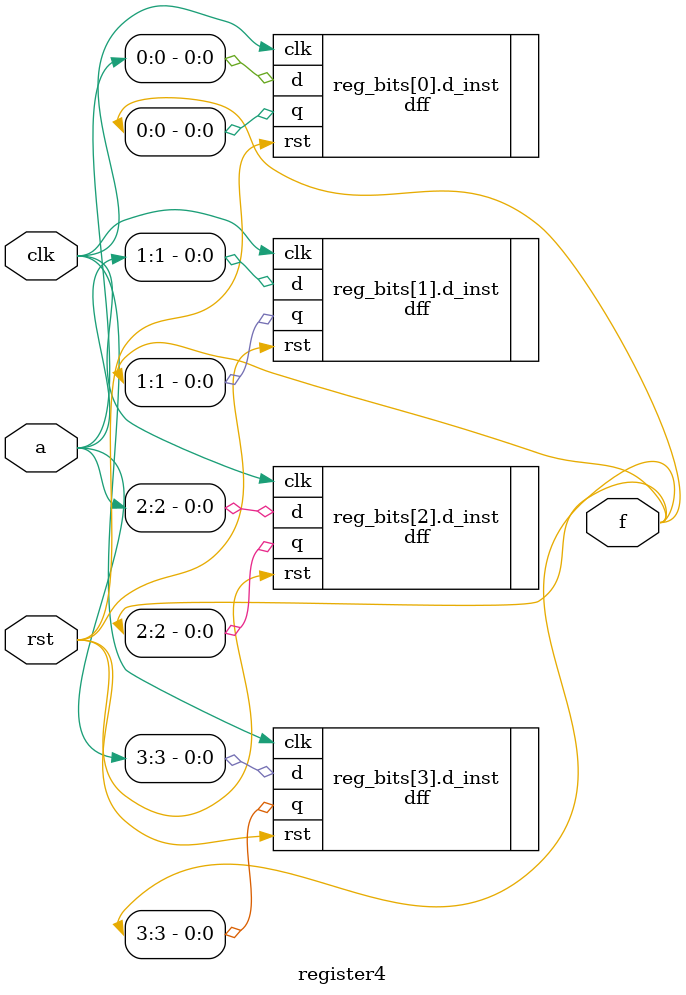
<source format=v>


// Top module D flip flop
`include "Modules_for_include/D_flip_flop.v"

module register4(
input clk, rst, 
input [3:0]a,
output [3:0]f);

	// instantiation of D flip flop
	genvar i;
	generate
	for (i = 0; i < 4; i = i+1) begin : reg_bits
		dff d_inst(.clk(clk), .rst(rst), .d(a[i]), .q(f[i]));
	end
	endgenerate

endmodule

</source>
